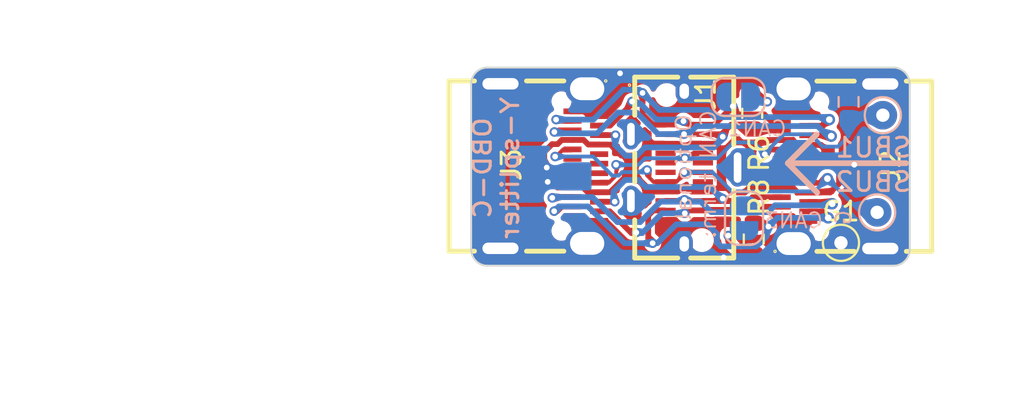
<source format=kicad_pcb>
(kicad_pcb (version 20241229) (generator "pcbnew") (generator_version "9.0")
  (title_block (rev "v1.1"))
  (layers (0 "F.Cu" signal) (2 "B.Cu" signal) (13 "F.Paste" user) (15 "B.Paste" user) (5 "F.SilkS" user "F.Silkscreen") (7 "B.SilkS" user "B.Silkscreen") (1 "F.Mask" user) (3 "B.Mask" user) (25 "Edge.Cuts" user))
  (net 0 "")
  (net 1 "GND")
  (net 2 "CAN0_H")
  (net 3 "CAN0_L")
  (net 4 "Net-(J1-SBU1)")
  (net 5 "CAN1_L")
  (net 6 "CAN1_H")
  (net 7 "CAN2_H")
  (net 8 "CAN2_L")
  (net 9 "Net-(J1-SBU2)")
  (net 10 "CAN3_L")
  (net 11 "CAN3_H")
  (net 17 "/VBUS")
  (net 18 "Net-(CAN1-A)")
  (net 21 "Net-(CAN3-B)")
  (footprint "Resistor_SMD:R_0603_1608Metric" (layer "F.Cu") (at 129.92 87.3 -90)
    (property "Reference" "R8" (at -2.2 -0.28 90) (layer "F.SilkS"))
    (property "Value" "120R")
    (pad "1" smd roundrect (at -0.825 0 270) (size 0.8 0.95) (layers "F.Cu" "F.Mask" "F.Paste") (net 11 "CAN3_H"))
    (pad "2" smd roundrect (at 0.825 0 270) (size 0.8 0.95) (layers "F.Cu" "F.Mask" "F.Paste") (net 21 "Net-(CAN3-B)"))
  )
  (footprint "Resistor_SMD:R_0603_1608Metric" (layer "F.Cu") (at 129.84 80.7 -90)
    (property "Reference" "R6" (at 2.1 -0.36 90) (layer "F.SilkS"))
    (property "Value" "120R")
    (pad "1" smd roundrect (at -0.825 0 270) (size 0.8 0.95) (layers "F.Cu" "F.Mask" "F.Paste") (net 18 "Net-(CAN1-A)"))
    (pad "2" smd roundrect (at 0.825 0 270) (size 0.8 0.95) (layers "F.Cu" "F.Mask" "F.Paste") (net 5 "CAN1_L"))
  )
  (footprint "TYPE-C-SMD_C9900025773" (layer "F.Cu") (at 133.977568 83.480127 90)
    (property "Reference" "J2" (at 0.000025 3.122432 90) (layer "F.SilkS"))
    (property "Value" "Type-C Receptacle")
    (pad "" np_thru_hole circle (at -3.400051 -0.612141 90) (size 0.550013 0.550013) (drill 0.550013) (layers "*.Cu" "*.Mask"))
    (pad "" np_thru_hole circle (at 3.400051 -0.612141 90) (size 0.550013 0.550013) (drill 0.550013) (layers "*.Cu" "*.Mask"))
    (pad "A1" smd rect (at -2.624841 -2.588011 90) (size 0.3 0.950013) (layers "F.Cu" "F.Mask" "F.Paste") (net 1 "GND"))
    (pad "A2" smd rect (at -2.124968 -2.588011 90) (size 0.3 0.950013) (layers "F.Cu" "F.Mask" "F.Paste") (net 2 "CAN0_H"))
    (pad "A3" smd rect (at -1.624841 -2.588011 90) (size 0.3 0.950013) (layers "F.Cu" "F.Mask" "F.Paste") (net 3 "CAN0_L"))
    (pad "A4" smd rect (at -1.124968 -2.588011 90) (size 0.3 0.950013) (layers "F.Cu" "F.Mask" "F.Paste") (net 17 "/VBUS"))
    (pad "A5" smd rect (at -0.625095 -2.588011 90) (size 0.3 0.950013) (layers "F.Cu" "F.Mask" "F.Paste"))
    (pad "A6" smd rect (at -0.124968 -2.588011 90) (size 0.3 0.950013) (layers "F.Cu" "F.Mask" "F.Paste"))
    (pad "A7" smd rect (at 0.374905 -2.588011 90) (size 0.3 0.950013) (layers "F.Cu" "F.Mask" "F.Paste"))
    (pad "A8" smd rect (at 0.875032 -2.588011 90) (size 0.3 0.950013) (layers "F.Cu" "F.Mask" "F.Paste") (net 4 "Net-(J1-SBU1)"))
    (pad "A9" smd rect (at 1.374905 -2.588011 90) (size 0.3 0.950013) (layers "F.Cu" "F.Mask" "F.Paste") (net 17 "/VBUS"))
    (pad "A10" smd rect (at 1.875032 -2.588011 90) (size 0.3 0.950013) (layers "F.Cu" "F.Mask" "F.Paste") (net 5 "CAN1_L"))
    (pad "A11" smd rect (at 2.374905 -2.588011 90) (size 0.3 0.950013) (layers "F.Cu" "F.Mask" "F.Paste") (net 6 "CAN1_H"))
    (pad "A12" smd rect (at 2.875032 -2.588011 90) (size 0.3 0.950013) (layers "F.Cu" "F.Mask" "F.Paste") (net 1 "GND"))
    (pad "B1" smd rect (at 2.625095 -1.188214 90) (size 0.3 0.950013) (layers "F.Cu" "F.Mask" "F.Paste") (net 1 "GND"))
    (pad "B2" smd rect (at 2.124968 -1.188214 90) (size 0.3 0.950013) (layers "F.Cu" "F.Mask" "F.Paste") (net 7 "CAN2_H"))
    (pad "B3" smd rect (at 1.625095 -1.188214 90) (size 0.3 0.950013) (layers "F.Cu" "F.Mask" "F.Paste") (net 8 "CAN2_L"))
    (pad "B4" smd rect (at 1.124968 -1.188214 90) (size 0.3 0.950013) (layers "F.Cu" "F.Mask" "F.Paste") (net 17 "/VBUS"))
    (pad "B5" smd rect (at 0.625095 -1.188214 90) (size 0.3 0.950013) (layers "F.Cu" "F.Mask" "F.Paste"))
    (pad "B6" smd rect (at 0.124968 -1.188214 90) (size 0.3 0.950013) (layers "F.Cu" "F.Mask" "F.Paste"))
    (pad "B7" smd rect (at -0.375159 -1.188214 90) (size 0.3 0.950013) (layers "F.Cu" "F.Mask" "F.Paste"))
    (pad "B8" smd rect (at -0.875032 -1.188214 90) (size 0.3 0.950013) (layers "F.Cu" "F.Mask" "F.Paste") (net 9 "Net-(J1-SBU2)"))
    (pad "B9" smd rect (at -1.374905 -1.188214 90) (size 0.3 0.950013) (layers "F.Cu" "F.Mask" "F.Paste") (net 17 "/VBUS"))
    (pad "B10" smd rect (at -1.875032 -1.188214 90) (size 0.3 0.950013) (layers "F.Cu" "F.Mask" "F.Paste") (net 10 "CAN3_L"))
    (pad "B11" smd rect (at -2.374905 -1.188214 90) (size 0.3 0.950013) (layers "F.Cu" "F.Mask" "F.Paste") (net 11 "CAN3_H"))
    (pad "B12" smd rect (at -2.875032 -1.188214 90) (size 0.3 0.950013) (layers "F.Cu" "F.Mask" "F.Paste") (net 1 "GND"))
    (pad "S1" thru_hole oval (at -4.320041 2.588011 90) (size 1 2.3) (drill oval 0.6 1.9) (layers "*.Cu" "*.Mask") (net 1 "GND"))
    (pad "S1" thru_hole oval (at -4.059944 -1.962154 90) (size 1.6 2.3) (drill oval 1.2 1.799949) (layers "*.Cu" "*.Mask") (net 1 "GND"))
    (pad "S1" thru_hole oval (at 4.060198 -1.962154 90) (size 1.6 2.3) (drill oval 1.2 1.799949) (layers "*.Cu" "*.Mask") (net 1 "GND"))
    (pad "S1" thru_hole oval (at 4.320041 2.588011 90) (size 1 2.3) (drill oval 0.6 1.9) (layers "*.Cu" "*.Mask") (net 1 "GND"))
  )
  (footprint "TYPE-C-SMD_C9900025773" (layer "F.Cu") (at 119.21 83.47 -90)
    (property "Reference" "J3" (at -0.07 2.01 90) (layer "F.SilkS"))
    (property "Value" "Type-C Receptacle")
    (pad "" np_thru_hole circle (at -3.400051 -0.612141 270) (size 0.550013 0.550013) (drill 0.550013) (layers "*.Cu" "*.Mask"))
    (pad "" np_thru_hole circle (at 3.400051 -0.612141 270) (size 0.550013 0.550013) (drill 0.550013) (layers "*.Cu" "*.Mask"))
    (pad "A1" smd rect (at 2.624841 -1.191989 90) (size 0.3 0.950013) (layers "F.Cu" "F.Mask" "F.Paste") (net 1 "GND"))
    (pad "A2" smd rect (at 2.124968 -1.191989 90) (size 0.3 0.950013) (layers "F.Cu" "F.Mask" "F.Paste") (net 11 "CAN3_H"))
    (pad "A3" smd rect (at 1.624841 -1.191989 90) (size 0.3 0.950013) (layers "F.Cu" "F.Mask" "F.Paste") (net 10 "CAN3_L"))
    (pad "A4" smd rect (at 1.124968 -1.191989 90) (size 0.3 0.950013) (layers "F.Cu" "F.Mask" "F.Paste") (net 17 "/VBUS"))
    (pad "A5" smd rect (at 0.625095 -1.191989 90) (size 0.3 0.950013) (layers "F.Cu" "F.Mask" "F.Paste"))
    (pad "A6" smd rect (at 0.124968 -1.191989 90) (size 0.3 0.950013) (layers "F.Cu" "F.Mask" "F.Paste"))
    (pad "A7" smd rect (at -0.374905 -1.191989 90) (size 0.3 0.950013) (layers "F.Cu" "F.Mask" "F.Paste"))
    (pad "A8" smd rect (at -0.875032 -1.191989 90) (size 0.3 0.950013) (layers "F.Cu" "F.Mask" "F.Paste") (net 9 "Net-(J1-SBU2)"))
    (pad "A9" smd rect (at -1.374905 -1.191989 90) (size 0.3 0.950013) (layers "F.Cu" "F.Mask" "F.Paste") (net 17 "/VBUS"))
    (pad "A10" smd rect (at -1.875032 -1.191989 90) (size 0.3 0.950013) (layers "F.Cu" "F.Mask" "F.Paste") (net 8 "CAN2_L"))
    (pad "A11" smd rect (at -2.374905 -1.191989 90) (size 0.3 0.950013) (layers "F.Cu" "F.Mask" "F.Paste") (net 7 "CAN2_H"))
    (pad "A12" smd rect (at -2.875032 -1.191989 90) (size 0.3 0.950013) (layers "F.Cu" "F.Mask" "F.Paste") (net 1 "GND"))
    (pad "B1" smd rect (at -2.625095 -2.591786 90) (size 0.3 0.950013) (layers "F.Cu" "F.Mask" "F.Paste") (net 1 "GND"))
    (pad "B2" smd rect (at -2.124968 -2.591786 90) (size 0.3 0.950013) (layers "F.Cu" "F.Mask" "F.Paste") (net 6 "CAN1_H"))
    (pad "B3" smd rect (at -1.625095 -2.591786 90) (size 0.3 0.950013) (layers "F.Cu" "F.Mask" "F.Paste") (net 5 "CAN1_L"))
    (pad "B4" smd rect (at -1.124968 -2.591786 90) (size 0.3 0.950013) (layers "F.Cu" "F.Mask" "F.Paste") (net 17 "/VBUS"))
    (pad "B5" smd rect (at -0.625095 -2.591786 90) (size 0.3 0.950013) (layers "F.Cu" "F.Mask" "F.Paste"))
    (pad "B6" smd rect (at -0.124968 -2.591786 90) (size 0.3 0.950013) (layers "F.Cu" "F.Mask" "F.Paste"))
    (pad "B7" smd rect (at 0.375159 -2.591786 90) (size 0.3 0.950013) (layers "F.Cu" "F.Mask" "F.Paste"))
    (pad "B8" smd rect (at 0.875032 -2.591786 90) (size 0.3 0.950013) (layers "F.Cu" "F.Mask" "F.Paste") (net 4 "Net-(J1-SBU1)"))
    (pad "B9" smd rect (at 1.374905 -2.591786 90) (size 0.3 0.950013) (layers "F.Cu" "F.Mask" "F.Paste") (net 17 "/VBUS"))
    (pad "B10" smd rect (at 1.875032 -2.591786 90) (size 0.3 0.950013) (layers "F.Cu" "F.Mask" "F.Paste") (net 3 "CAN0_L"))
    (pad "B11" smd rect (at 2.374905 -2.591786 90) (size 0.3 0.950013) (layers "F.Cu" "F.Mask" "F.Paste") (net 2 "CAN0_H"))
    (pad "B12" smd rect (at 2.875032 -2.591786 90) (size 0.3 0.950013) (layers "F.Cu" "F.Mask" "F.Paste") (net 1 "GND"))
    (pad "S1" thru_hole oval (at -4.320041 2.588011 270) (size 1 2.3) (drill oval 0.6 1.9) (layers "*.Cu" "*.Mask") (net 1 "GND"))
    (pad "S1" thru_hole oval (at -4.059944 -1.962154 270) (size 1.6 2.3) (drill oval 1.2 1.799949) (layers "*.Cu" "*.Mask") (net 1 "GND"))
    (pad "S1" thru_hole oval (at 4.060198 -1.962154 270) (size 1.6 2.3) (drill oval 1.2 1.799949) (layers "*.Cu" "*.Mask") (net 1 "GND"))
    (pad "S1" thru_hole oval (at 4.320041 2.588011 270) (size 1 2.3) (drill oval 0.6 1.9) (layers "*.Cu" "*.Mask") (net 1 "GND"))
  )
  (footprint "TestPoint:TestPoint_THTPad_D1.5mm_Drill0.7mm" (layer "F.Cu") (at 134.5 87.5)
    (property "Reference" "G1" (at 0 -1.648 0) (layer "F.SilkS"))
    (property "Value" "TestPoint")
    (pad "1" thru_hole circle (at 0 0) (size 1.5 1.5) (drill 0.7) (layers "*.Cu" "*.Mask") (net 1 "GND"))
  )
  (footprint "USB-C-SMD_TYPEC-952-ACP24" (layer "F.Cu") (at 126.27 83.55 90)
    (property "Reference" "J1" (at 3.85 1.13 90) (layer "F.SilkS"))
    (property "Value" "Type-C Plug")
    (pad "" np_thru_hole circle (at -3.810008 0.930023 90) (size 0.750013 0.750013) (drill 0.750013) (layers "*.Cu" "*.Mask"))
    (pad "" np_thru_hole circle (at 3.810008 -0.919863 90) (size 0.750013 0.750013) (drill 0.750013) (layers "*.Cu" "*.Mask"))
    (pad "A1" smd rect (at -2.750064 0.98001 270) (size 0.28001 1.059995) (layers "F.Cu" "F.Mask" "F.Paste") (net 1 "GND"))
    (pad "A2" smd rect (at -2.249936 0.98001 270) (size 0.28001 1.059995) (layers "F.Cu" "F.Mask" "F.Paste") (net 2 "CAN0_H"))
    (pad "A3" smd rect (at -1.750064 0.98001 270) (size 0.28001 1.059995) (layers "F.Cu" "F.Mask" "F.Paste") (net 3 "CAN0_L"))
    (pad "A4" smd rect (at -1.249936 0.98001 270) (size 0.28001 1.059995) (layers "F.Cu" "F.Mask" "F.Paste") (net 17 "/VBUS"))
    (pad "A5" smd rect (at -0.750064 0.98001 270) (size 0.28001 1.059995) (layers "F.Cu" "F.Mask" "F.Paste"))
    (pad "A6" smd rect (at -0.249936 0.98001 270) (size 0.28001 1.059995) (layers "F.Cu" "F.Mask" "F.Paste"))
    (pad "A7" smd rect (at 0.249936 0.98001 270) (size 0.28001 1.059995) (layers "F.Cu" "F.Mask" "F.Paste"))
    (pad "A8" smd rect (at 0.750064 0.98001 270) (size 0.28001 1.059995) (layers "F.Cu" "F.Mask" "F.Paste") (net 4 "Net-(J1-SBU1)"))
    (pad "A9" smd rect (at 1.249936 0.98001 270) (size 0.28001 1.059995) (layers "F.Cu" "F.Mask" "F.Paste") (net 17 "/VBUS"))
    (pad "A10" smd rect (at 1.750064 0.98001 270) (size 0.28001 1.059995) (layers "F.Cu" "F.Mask" "F.Paste") (net 5 "CAN1_L"))
    (pad "A11" smd rect (at 2.249936 0.98001 270) (size 0.28001 1.059995) (layers "F.Cu" "F.Mask" "F.Paste") (net 6 "CAN1_H"))
    (pad "A12" smd rect (at 2.750064 0.98001 270) (size 0.28001 1.059995) (layers "F.Cu" "F.Mask" "F.Paste") (net 1 "GND"))
    (pad "B1" smd rect (at 2.750064 -0.98001 270) (size 0.28001 1.059995) (layers "F.Cu" "F.Mask" "F.Paste") (net 1 "GND"))
    (pad "B2" smd rect (at 2.249936 -0.979959 270) (size 0.28001 1.059995) (layers "F.Cu" "F.Mask" "F.Paste") (net 7 "CAN2_H"))
    (pad "B3" smd rect (at 1.750064 -0.979959 270) (size 0.28001 1.059995) (layers "F.Cu" "F.Mask" "F.Paste") (net 8 "CAN2_L"))
    (pad "B4" smd rect (at 1.249936 -0.979959 270) (size 0.28001 1.059995) (layers "F.Cu" "F.Mask" "F.Paste") (net 17 "/VBUS"))
    (pad "B5" smd rect (at 0.750064 -0.979959 270) (size 0.28001 1.059995) (layers "F.Cu" "F.Mask" "F.Paste"))
    (pad "B6" smd rect (at 0.249936 -0.979959 270) (size 0.28001 1.059995) (layers "F.Cu" "F.Mask" "F.Paste"))
    (pad "B7" smd rect (at -0.249936 -0.979959 270) (size 0.28001 1.059995) (layers "F.Cu" "F.Mask" "F.Paste"))
    (pad "B8" smd rect (at -0.750064 -0.979959 270) (size 0.28001 1.059995) (layers "F.Cu" "F.Mask" "F.Paste") (net 9 "Net-(J1-SBU2)"))
    (pad "B9" smd rect (at -1.249936 -0.979959 270) (size 0.28001 1.059995) (layers "F.Cu" "F.Mask" "F.Paste") (net 17 "/VBUS"))
    (pad "B10" smd rect (at -1.750064 -0.979959 270) (size 0.28001 1.059995) (layers "F.Cu" "F.Mask" "F.Paste") (net 10 "CAN3_L"))
    (pad "B11" smd rect (at -2.249936 -0.979959 270) (size 0.28001 1.059995) (layers "F.Cu" "F.Mask" "F.Paste") (net 11 "CAN3_H"))
    (pad "B12" smd rect (at -2.750064 -0.979959 270) (size 0.28001 1.059995) (layers "F.Cu" "F.Mask" "F.Paste") (net 1 "GND"))
    (pad "S1" thru_hole oval (at -4.009906 0.000127 180) (size 0.9 1.2) (drill oval 0.500025 0.8) (layers "*.Cu" "*.Mask") (net 1 "GND"))
    (pad "S1" thru_hole oval (at -1.750064 -2.799975 180) (size 0.8 1.6) (drill oval 0.4 1.2) (layers "*.Cu" "*.Mask") (net 1 "GND"))
    (pad "S1" thru_hole oval (at 0 2.799975 180) (size 0.8 2) (drill oval 0.4 1.6) (layers "*.Cu" "*.Mask") (net 1 "GND"))
    (pad "S1" thru_hole oval (at 1.750064 -2.799975 180) (size 0.8 1.6) (drill oval 0.4 1.2) (layers "*.Cu" "*.Mask") (net 1 "GND"))
    (pad "S1" thru_hole oval (at 4.009906 0.000127 180) (size 0.9 1.2) (drill oval 0.500025 0.8) (layers "*.Cu" "*.Mask") (net 1 "GND"))
  )
  (footprint "TestPoint:TestPoint_THTPad_D1.5mm_Drill0.7mm" (layer "B.Cu") (at 136.4 85.9)
    (property "Reference" "SBU2" (at -0.2 -1.6 180) (layer "B.SilkS") (effects (justify mirror)))
    (property "Value" "TestPoint")
    (pad "1" thru_hole circle (at 0 0) (size 1.5 1.5) (drill 0.7) (layers "*.Cu" "*.Mask") (net 9 "Net-(J1-SBU2)"))
  )
  (footprint "Jumper:SolderJumper-2_P1.3mm_Open_RoundedPad1.0x1.5mm" (layer "B.Cu") (at 129.41 86.21 -90)
    (property "Reference" "CAN3" (at 0.12 -2.6 0) (layer "B.SilkS") (effects (font (size 0.8 0.8) (thickness 0.1)) (justify mirror)))
    (property "Value" "SolderJumper_2_Open" (hide yes))
    (pad "1" smd custom (at -0.65 0 270) (size 1 0.5) (layers "B.Cu" "B.Mask") (net 10 "CAN3_L") (options (clearance outline) (anchor rect)) (primitives (gr_circle (center 0 -0.25) (end 0.5 -0.25) (width 0) (fill yes)) (gr_circle (center 0 0.25) (end 0.5 0.25) (width 0) (fill yes)) (gr_poly (pts (xy 0.5 -0.75) (xy 0 -0.75) (xy 0 0.75) (xy 0.5 0.75)) (width 0) (fill yes))))
    (pad "2" smd custom (at 0.65 0 270) (size 1 0.5) (layers "B.Cu" "B.Mask") (net 21 "Net-(CAN3-B)") (options (clearance outline) (anchor rect)) (primitives (gr_circle (center 0 -0.25) (end 0.5 -0.25) (width 0) (fill yes)) (gr_circle (center 0 0.25) (end 0.5 0.25) (width 0) (fill yes)) (gr_poly (pts (xy 0 -0.75) (xy -0.5 -0.75) (xy -0.5 0.75) (xy 0 0.75)) (width 0) (fill yes))))
  )
  (footprint "Jumper:SolderJumper-2_P1.3mm_Open_RoundedPad1.0x1.5mm" (layer "B.Cu") (at 129.11 79.84 180)
    (property "Reference" "CAN1" (at -0.99 -1.66 0) (layer "B.SilkS") (effects (font (size 0.8 0.8) (thickness 0.1)) (justify mirror)))
    (property "Value" "SolderJumper_2_Open" (hide yes))
    (pad "1" smd custom (at -0.65 0 180) (size 1 0.5) (layers "B.Cu" "B.Mask") (net 18 "Net-(CAN1-A)") (options (clearance outline) (anchor rect)) (primitives (gr_circle (center 0 -0.25) (end 0.5 -0.25) (width 0) (fill yes)) (gr_circle (center 0 0.25) (end 0.5 0.25) (width 0) (fill yes)) (gr_poly (pts (xy 0.5 -0.75) (xy 0 -0.75) (xy 0 0.75) (xy 0.5 0.75)) (width 0) (fill yes))))
    (pad "2" smd custom (at 0.65 0 180) (size 1 0.5) (layers "B.Cu" "B.Mask") (net 6 "CAN1_H") (options (clearance outline) (anchor rect)) (primitives (gr_circle (center 0 -0.25) (end 0.5 -0.25) (width 0) (fill yes)) (gr_circle (center 0 0.25) (end 0.5 0.25) (width 0) (fill yes)) (gr_poly (pts (xy 0 -0.75) (xy -0.5 -0.75) (xy -0.5 0.75) (xy 0 0.75)) (width 0) (fill yes))))
  )
  (footprint "TestPoint:TestPoint_THTPad_D1.5mm_Drill0.7mm" (layer "B.Cu") (at 136.7 80.8)
    (property "Reference" "SBU1" (at -0.5 1.7 180) (layer "B.SilkS") (effects (justify mirror)))
    (property "Value" "TestPoint")
    (pad "1" thru_hole circle (at 0 0) (size 1.5 1.5) (drill 0.7) (layers "*.Cu" "*.Mask") (net 4 "Net-(J1-SBU1)"))
  )
  (footprint "Resistor_SMD:R_0603_1608Metric_Pad0.98x0.95mm_HandSolder" (layer "B.Cu") (at 134.9 80.1 90)
    (property "Reference" "SBU3" (hide yes))
    (property "Value" "200")
    (pad "1" smd roundrect (at -0.9125 0 90) (size 0.975 0.95) (layers "B.Cu" "B.Mask" "B.Paste") (net 4 "Net-(J1-SBU1)"))
    (pad "2" smd roundrect (at 0.9125 0 90) (size 0.975 0.95) (layers "B.Cu" "B.Mask" "B.Paste") (net 1 "GND"))
  )
  (gr_line (start 131.71 83.32) (end 133.25 84.86) (stroke (width 0.3)) (layer "B.SilkS"))
  (gr_line (start 137.92 83.32) (end 131.71 83.32) (stroke (width 0.3)) (layer "B.SilkS"))
  (gr_line (start 133.22 81.81) (end 131.71 83.32) (stroke (width 0.3)) (layer "B.SilkS"))
  (gr_line (start 138.11 79.16) (end 138.111888 87.841888) (stroke (width 0.1)) (layer "Edge.Cuts"))
  (gr_line (start 115.081888 87.841892) (end 115.08 79.160004) (stroke (width 0.1)) (layer "Edge.Cuts"))
  (gr_line (start 137.251888 88.701888) (end 115.941888 88.701892) (stroke (width 0.1)) (layer "Edge.Cuts"))
  (gr_line (start 115.94 78.300004) (end 137.25 78.3) (stroke (width 0.1)) (layer "Edge.Cuts"))
  (gr_arc (start 115.941888 88.701892) (mid 115.333776 88.450004) (end 115.081888 87.841892) (stroke (width 0.1)) (layer "Edge.Cuts"))
  (gr_arc (start 137.25 78.3) (mid 137.858112 78.551888) (end 138.11 79.16) (stroke (width 0.1)) (layer "Edge.Cuts"))
  (gr_arc (start 138.111888 87.841888) (mid 137.86 88.45) (end 137.251888 88.701888) (stroke (width 0.1)) (layer "Edge.Cuts"))
  (gr_arc (start 115.08 79.160004) (mid 115.331888 78.551892) (end 115.94 78.300004) (stroke (width 0.1)) (layer "Edge.Cuts"))
  (gr_text " G" (at 135.1 85.1 90) (layer "B.SilkS") (effects (font (size 0.8 0.8) (thickness 0.1)) (justify left bottom mirror)))
  (gr_text "OBD-C\nY-splitter" (at 117.65 83.57 90) (layer "B.SilkS") (effects (font (size 0.9 1) (thickness 0.16) (bold yes)) (justify bottom mirror)))
  (gr_text "Optional \nCAN term:" (at 128 83.9 90) (layer "B.SilkS") (effects (font (size 0.8 0.9) (thickness 0.1)) (justify bottom mirror)))
  (segment (start 131.9 86.8) (end 131.9 87.444971) (width 0.3) (layer "F.Cu") (net 1))
  (segment (start 131.9 87.444971) (end 131.524917 87.820054) (width 0.3) (layer "F.Cu") (net 1))
  (via (at 135.2 83.4) (size 0.5) (drill 0.3) (layers "F.Cu" "B.Cu") (net 1))
  (via (at 128.34 88.27) (size 0.5) (drill 0.3) (layers "F.Cu" "B.Cu") (net 1))
  (via (at 122.9 78.6) (size 0.5) (drill 0.3) (layers "F.Cu" "B.Cu") (net 1))
  (segment (start 127.279946 85.77) (end 129.93 85.77) (width 0.3) (layer "F.Cu") (net 2))
  (segment (start 123.68 86.96) (end 123.65 86.99) (width 0.3) (layer "F.Cu") (net 2))
  (segment (start 127.25001 85.799936) (end 127.279946 85.77) (width 0.3) (layer "F.Cu") (net 2))
  (segment (start 122.354905 85.844905) (end 121.801786 85.844905) (width 0.3) (layer "F.Cu") (net 2))
  (segment (start 130.094905 85.605095) (end 131.389557 85.605095) (width 0.3) (layer "F.Cu") (net 2))
  (segment (start 126.450064 85.799936) (end 126.3 85.95) (width 0.3) (layer "F.Cu") (net 2))
  (segment (start 123.65 86.99) (end 123.5 86.99) (width 0.3) (layer "F.Cu") (net 2))
  (segment (start 129.93 85.77) (end 130.094905 85.605095) (width 0.3) (layer "F.Cu") (net 2))
  (segment (start 127.25001 85.799936) (end 126.450064 85.799936) (width 0.3) (layer "F.Cu") (net 2))
  (segment (start 123.5 86.99) (end 122.354905 85.844905) (width 0.3) (layer "F.Cu") (net 2))
  (segment (start 123.75 86.96) (end 123.68 86.96) (width 0.3) (layer "F.Cu") (net 2))
  (via (at 123.75 86.96) (size 0.5) (drill 0.3) (layers "F.Cu" "B.Cu") (net 2))
  (via (at 126.3 85.95) (size 0.5) (drill 0.3) (layers "F.Cu" "B.Cu") (net 2))
  (segment (start 124.063604 86.99) (end 125.103604 85.95) (width 0.3) (layer "B.Cu") (net 2))
  (segment (start 123.78 86.99) (end 124.063604 86.99) (width 0.3) (layer "B.Cu") (net 2))
  (segment (start 125.103604 85.95) (end 126.3 85.95) (width 0.3) (layer "B.Cu") (net 2))
  (segment (start 123.75 86.96) (end 123.78 86.99) (width 0.3) (layer "B.Cu") (net 2))
  (segment (start 128.29 85.18) (end 128.29 85.24) (width 0.3) (layer "F.Cu") (net 3))
  (segment (start 129.32 85.31) (end 129.65 85.31) (width 0.3) (layer "F.Cu") (net 3))
  (segment (start 129.32 85.31) (end 128.42 85.31) (width 0.3) (layer "F.Cu") (net 3))
  (segment (start 127.25001 85.300064) (end 128.169936 85.300064) (width 0.3) (layer "F.Cu") (net 3))
  (segment (start 128.42 85.31) (end 128.29 85.18) (width 0.3) (layer "F.Cu") (net 3))
  (segment (start 129.65 85.31) (end 129.855032 85.104968) (width 0.3) (layer "F.Cu") (net 3))
  (segment (start 128.29 85.24) (end 128.229936 85.300064) (width 0.3) (layer "F.Cu") (net 3))
  (segment (start 121.801786 85.345032) (end 122.614968 85.345032) (width 0.3) (layer "F.Cu") (net 3))
  (segment (start 128.169936 85.300064) (end 128.29 85.18) (width 0.3) (layer "F.Cu") (net 3))
  (segment (start 128.29 85.24) (end 128.36 85.31) (width 0.3) (layer "F.Cu") (net 3))
  (segment (start 128.229936 85.300064) (end 127.25001 85.300064) (width 0.3) (layer "F.Cu") (net 3))
  (segment (start 129.855032 85.104968) (end 131.389557 85.104968) (width 0.3) (layer "F.Cu") (net 3))
  (segment (start 122.614968 85.345032) (end 122.62 85.34) (width 0.3) (layer "F.Cu") (net 3))
  (segment (start 128.36 85.31) (end 129.32 85.31) (width 0.3) (layer "F.Cu") (net 3))
  (via (at 128.29 85.18) (size 0.5) (drill 0.3) (layers "F.Cu" "B.Cu") (net 3))
  (via (at 122.62 85.34) (size 0.5) (drill 0.3) (layers "F.Cu" "B.Cu") (net 3))
  (segment (start 127.62 84.57) (end 124.24 84.57) (width 0.3) (layer "B.Cu") (net 3))
  (segment (start 122.56 85.28) (end 122.62 85.34) (width 0.3) (layer "B.Cu") (net 3))
  (segment (start 128.29 85.18) (end 128.23 85.18) (width 0.3) (layer "B.Cu") (net 3))
  (segment (start 128.23 85.18) (end 127.62 84.57) (width 0.3) (layer "B.Cu") (net 3))
  (segment (start 122.56 84.81) (end 122.56 85.28) (width 0.3) (layer "B.Cu") (net 3))
  (segment (start 124.24 84.57) (end 123.870064 84.200064) (width 0.3) (layer "B.Cu") (net 3))
  (segment (start 123.870064 84.200064) (end 123.169936 84.200064) (width 0.3) (layer "B.Cu") (net 3))
  (segment (start 123.169936 84.200064) (end 122.56 84.81) (width 0.3) (layer "B.Cu") (net 3))
  (segment (start 126.45 83.06) (end 126.3 83.06) (width 0.2) (layer "F.Cu") (net 4))
  (segment (start 130.714905 82.605095) (end 131.389557 82.605095) (width 0.2) (layer "F.Cu") (net 4))
  (segment (start 122.7 83.954314) (end 122.309282 84.345032) (width 0.2) (layer "F.Cu") (net 4))
  (segment (start 126.710064 82.799936) (end 126.45 83.06) (width 0.2) (layer "F.Cu") (net 4))
  (segment (start 122.7 83.74) (end 122.7 83.954314) (width 0.2) (layer "F.Cu") (net 4))
  (segment (start 130.5 82.85) (end 130.5 82.82) (width 0.2) (layer "F.Cu") (net 4))
  (segment (start 122.71 83.42) (end 122.71 83.73) (width 0.2) (layer "F.Cu") (net 4))
  (segment (start 127.25001 82.799936) (end 126.710064 82.799936) (width 0.2) (layer "F.Cu") (net 4))
  (segment (start 122.309282 84.345032) (end 121.801786 84.345032) (width 0.2) (layer "F.Cu") (net 4))
  (segment (start 122.71 83.73) (end 122.7 83.74) (width 0.2) (layer "F.Cu") (net 4))
  (segment (start 130.5 82.82) (end 130.714905 82.605095) (width 0.2) (layer "F.Cu") (net 4))
  (segment (start 122.69 83.4) (end 122.71 83.42) (width 0.2) (layer "F.Cu") (net 4))
  (via (at 122.69 83.4) (size 0.5) (drill 0.3) (layers "F.Cu" "B.Cu") (net 4))
  (via (at 130.5 82.85) (size 0.5) (drill 0.3) (layers "F.Cu" "B.Cu") (net 4))
  (via (at 126.3 83.06) (size 0.5) (drill 0.3) (layers "F.Cu" "B.Cu") (net 4))
  (segment (start 134.9 81.9) (end 134.35 82.45) (width 0.2) (layer "B.Cu") (net 4))
  (segment (start 128.01 83.06) (end 126.3 83.06) (width 0.2) (layer "B.Cu") (net 4))
  (segment (start 133.55 82.45) (end 132.9 81.8) (width 0.2) (layer "B.Cu") (net 4))
  (segment (start 131.5 81.8) (end 130.5 82.8) (width 0.2) (layer "B.Cu") (net 4))
  (segment (start 134.9 81.0125) (end 135.1 81.0125) (width 0.2) (layer "B.Cu") (net 4))
  (segment (start 122.7 83.41) (end 123.86 83.41) (width 0.2) (layer "B.Cu") (net 4))
  (segment (start 135.3125 80.8) (end 136.7 80.8) (width 0.2) (layer "B.Cu") (net 4))
  (segment (start 130.5 82.8) (end 130.5 82.85) (width 0.2) (layer "B.Cu") (net 4))
  (segment (start 122.69 83.4) (end 122.7 83.41) (width 0.2) (layer "B.Cu") (net 4))
  (segment (start 124.21 83.06) (end 126.3 83.06) (width 0.2) (layer "B.Cu") (net 4))
  (segment (start 128.84 82.23) (end 128.01 83.06) (width 0.2) (layer "B.Cu") (net 4))
  (segment (start 134.9 81.0125) (end 134.9 81.9) (width 0.2) (layer "B.Cu") (net 4))
  (segment (start 123.86 83.41) (end 124.21 83.06) (width 0.2) (layer "B.Cu") (net 4))
  (segment (start 132.9 81.8) (end 131.5 81.8) (width 0.2) (layer "B.Cu") (net 4))
  (segment (start 134.35 82.45) (end 133.55 82.45) (width 0.2) (layer "B.Cu") (net 4))
  (segment (start 129.93 82.23) (end 128.84 82.23) (width 0.2) (layer "B.Cu") (net 4))
  (segment (start 130.5 82.8) (end 129.93 82.23) (width 0.2) (layer "B.Cu") (net 4))
  (segment (start 135.1 81.0125) (end 135.3125 80.8) (width 0.2) (layer "B.Cu") (net 4))
  (segment (start 122.66 81.85) (end 122.59 81.85) (width 0.3) (layer "F.Cu") (net 5))
  (segment (start 129.920095 81.605095) (end 129.84 81.525) (width 0.3) (layer "F.Cu") (net 5))
  (segment (start 131.389557 81.605095) (end 129.920095 81.605095) (width 0.3) (layer "F.Cu") (net 5))
  (segment (start 122.59 81.85) (end 122.584905 81.844905) (width 0.3) (layer "F.Cu") (net 5))
  (segment (start 129.84 81.525) (end 129.615 81.3) (width 0.3) (layer "F.Cu") (net 5))
  (segment (start 128.435 81.595) (end 128.29 81.74) (width 0.3) (layer "F.Cu") (net 5))
  (segment (start 128.73 81.3) (end 128.435 81.595) (width 0.3) (layer "F.Cu") (net 5))
  (segment (start 128.230064 81.799936) (end 127.25001 81.799936) (width 0.3) (layer "F.Cu") (net 5))
  (segment (start 129.615 81.3) (end 128.73 81.3) (width 0.3) (layer "F.Cu") (net 5))
  (segment (start 122.584905 81.844905) (end 121.801786 81.844905) (width 0.3) (layer "F.Cu") (net 5))
  (segment (start 128.29 81.74) (end 128.29 81.93) (width 0.3) (layer "F.Cu") (net 5))
  (segment (start 128.435 81.595) (end 128.230064 81.799936) (width 0.3) (layer "F.Cu") (net 5))
  (via (at 128.29 81.93) (size 0.5) (drill 0.3) (layers "F.Cu" "B.Cu") (net 5))
  (via (at 122.66 81.85) (size 0.5) (drill 0.3) (layers "F.Cu" "B.Cu") (net 5))
  (segment (start 122.66 81.85) (end 122.64 81.87) (width 0.3) (layer "B.Cu") (net 5))
  (segment (start 123.77 82.93) (end 124.21 82.49) (width 0.3) (layer "B.Cu") (net 5))
  (segment (start 124.21 82.49) (end 127.83 82.49) (width 0.3) (layer "B.Cu") (net 5))
  (segment (start 122.64 82.37) (end 123.2 82.93) (width 0.3) (layer "B.Cu") (net 5))
  (segment (start 122.64 81.87) (end 122.64 82.37) (width 0.3) (layer "B.Cu") (net 5))
  (segment (start 128.29 82.03) (end 128.29 81.93) (width 0.3) (layer "B.Cu") (net 5))
  (segment (start 127.83 82.49) (end 128.29 82.03) (width 0.3) (layer "B.Cu") (net 5))
  (segment (start 123.2 82.93) (end 123.77 82.93) (width 0.3) (layer "B.Cu") (net 5))
  (segment (start 128.82 80.33) (end 128.82 80.48) (width 0.3) (layer "F.Cu") (net 6))
  (segment (start 122.374968 81.345032) (end 123.53 80.19) (width 0.3) (layer "F.Cu") (net 6))
  (segment (start 127.849936 81.300064) (end 127.25001 81.300064) (width 0.3) (layer "F.Cu") (net 6))
  (segment (start 123.53 80.19) (end 123.53 80.08) (width 0.3) (layer "F.Cu") (net 6))
  (segment (start 129.1 80.76) (end 130.48 80.76) (width 0.3) (layer "F.Cu") (net 6))
  (segment (start 126.41 81.11) (end 126.600064 81.300064) (width 0.3) (layer "F.Cu") (net 6))
  (segment (start 126.23 81.11) (end 126.41 81.11) (width 0.3) (layer "F.Cu") (net 6))
  (segment (start 130.825222 81.105222) (end 131.389557 81.105222) (width 0.3) (layer "F.Cu") (net 6))
  (segment (start 126.600064 81.300064) (end 127.25001 81.300064) (width 0.3) (layer "F.Cu") (net 6))
  (segment (start 121.801786 81.345032) (end 122.374968 81.345032) (width 0.3) (layer "F.Cu") (net 6))
  (segment (start 128.82 80.48) (end 129.1 80.76) (width 0.3) (layer "F.Cu") (net 6))
  (segment (start 128.82 80.33) (end 127.849936 81.300064) (width 0.3) (layer "F.Cu") (net 6))
  (segment (start 130.48 80.76) (end 130.825222 81.105222) (width 0.3) (layer "F.Cu") (net 6))
  (via (at 126.23 81.11) (size 0.5) (drill 0.3) (layers "F.Cu" "B.Cu") (net 6))
  (via (at 123.53 80.08) (size 0.5) (drill 0.3) (layers "F.Cu" "B.Cu") (net 6))
  (via (at 128.82 80.33) (size 0.5) (drill 0.3) (layers "F.Cu" "B.Cu") (net 6))
  (segment (start 128.82 80.33) (end 128.67 80.33) (width 0.3) (layer "B.Cu") (net 6))
  (segment (start 128.67 80.33) (end 128.46 80.12) (width 0.3) (layer "B.Cu") (net 6))
  (segment (start 126.23 81.11) (end 126.15 81.03) (width 0.3) (layer "B.Cu") (net 6))
  (segment (start 128.46 80.12) (end 128.46 79.84) (width 0.3) (layer "B.Cu") (net 6))
  (segment (start 123.98 80.21) (end 123.583604 80.21) (width 0.3) (layer "B.Cu") (net 6))
  (segment (start 126.15 81.03) (end 124.8 81.03) (width 0.3) (layer "B.Cu") (net 6))
  (segment (start 124.8 81.03) (end 123.98 80.21) (width 0.3) (layer "B.Cu") (net 6))
  (segment (start 133.89 81.03) (end 133.564841 81.355159) (width 0.3) (layer "F.Cu") (net 7))
  (segment (start 124.08 79.63) (end 124.08 80.76) (width 0.3) (layer "F.Cu") (net 7))
  (segment (start 119.54 81.03) (end 119.605095 81.095095) (width 0.3) (layer "F.Cu") (net 7))
  (segment (start 124.08 80.76) (end 124.620064 81.300064) (width 0.3) (layer "F.Cu") (net 7))
  (segment (start 124.620064 81.300064) (end 125.290041 81.300064) (width 0.3) (layer "F.Cu") (net 7))
  (segment (start 133.564841 81.355159) (end 132.789354 81.355159) (width 0.3) (layer "F.Cu") (net 7))
  (segment (start 119.605095 81.095095) (end 120.401989 81.095095) (width 0.3) (layer "F.Cu") (net 7))
  (via (at 133.89 81.03) (size 0.6) (drill 0.35) (layers "F.Cu" "B.Cu") (net 7))
  (via (at 119.54 81.03) (size 0.5) (drill 0.3) (layers "F.Cu" "B.Cu") (net 7))
  (via (at 124.08 79.63) (size 0.5) (drill 0.3) (layers "F.Cu" "B.Cu") (net 7))
  (segment (start 124.08 79.63) (end 124.97 80.52) (width 0.3) (layer "B.Cu") (net 7))
  (segment (start 127.5 80.52) (end 127.88 80.9) (width 0.3) (layer "B.Cu") (net 7))
  (segment (start 124.97 80.52) (end 127.5 80.52) (width 0.3) (layer "B.Cu") (net 7))
  (segment (start 123.91 79.46) (end 123.07 79.46) (width 0.3) (layer "B.Cu") (net 7))
  (segment (start 133.76 80.9) (end 133.89 81.03) (width 0.3) (layer "B.Cu") (net 7))
  (segment (start 124.08 79.63) (end 123.91 79.46) (width 0.3) (layer "B.Cu") (net 7))
  (segment (start 127.88 80.9) (end 133.76 80.9) (width 0.3) (layer "B.Cu") (net 7))
  (segment (start 123.07 79.46) (end 121.5 81.03) (width 0.3) (layer "B.Cu") (net 7))
  (segment (start 121.5 81.03) (end 119.54 81.03) (width 0.3) (layer "B.Cu") (net 7))
  (segment (start 126.250064 81.799936) (end 125.290041 81.799936) (width 0.3) (layer "F.Cu") (net 8))
  (segment (start 119.48 81.71) (end 119.58 81.71) (width 0.3) (layer "F.Cu") (net 8))
  (segment (start 126.26 81.79) (end 126.250064 81.799936) (width 0.3) (layer "F.Cu") (net 8))
  (segment (start 133.99 81.9) (end 133.945032 81.855032) (width 0.3) (layer "F.Cu") (net 8))
  (segment (start 119.695032 81.594968) (end 120.401989 81.594968) (width 0.3) (layer "F.Cu") (net 8))
  (segment (start 119.45 81.68) (end 119.48 81.71) (width 0.3) (layer "F.Cu") (net 8))
  (segment (start 119.58 81.71) (end 119.695032 81.594968) (width 0.3) (layer "F.Cu") (net 8))
  (segment (start 133.945032 81.855032) (end 132.789354 81.855032) (width 0.3) (layer "F.Cu") (net 8))
  (via (at 126.26 81.79) (size 0.5) (drill 0.3) (layers "F.Cu" "B.Cu") (net 8))
  (via (at 119.45 81.68) (size 0.5) (drill 0.3) (layers "F.Cu" "B.Cu") (net 8))
  (via (at 133.99 81.9) (size 0.6) (drill 0.35) (layers "F.Cu" "B.Cu") (net 8))
  (segment (start 133.27 81.37) (end 133.8 81.9) (width 0.3) (layer "B.Cu") (net 8))
  (segment (start 122.79 80.66) (end 123.77 80.66) (width 0.3) (layer "B.Cu") (net 8))
  (segment (start 126.17 81.79) (end 126.26 81.7) (width 0.3) (layer "B.Cu") (net 8))
  (segment (start 124.9 81.79) (end 126.17 81.79) (width 0.3) (layer "B.Cu") (net 8))
  (segment (start 123.77 80.66) (end 124.9 81.79) (width 0.3) (layer "B.Cu") (net 8))
  (segment (start 126.26 81.7) (end 126.26 81.79) (width 0.3) (layer "B.Cu") (net 8))
  (segment (start 133.8 81.9) (end 133.99 81.9) (width 0.3) (layer "B.Cu") (net 8))
  (segment (start 121.7 81.75) (end 122.79 80.66) (width 0.3) (layer "B.Cu") (net 8))
  (segment (start 126.26 81.79) (end 126.5 81.79) (width 0.3) (layer "B.Cu") (net 8))
  (segment (start 126.92 81.37) (end 133.27 81.37) (width 0.3) (layer "B.Cu") (net 8))
  (segment (start 119.52 81.75) (end 121.7 81.75) (width 0.3) (layer "B.Cu") (net 8))
  (segment (start 126.5 81.79) (end 126.92 81.37) (width 0.3) (layer "B.Cu") (net 8))
  (segment (start 119.45 81.68) (end 119.52 81.75) (width 0.3) (layer "B.Cu") (net 8))
  (segment (start 132.789354 84.355159) (end 133.564841 84.355159) (width 0.2) (layer "F.Cu") (net 9))
  (segment (start 119.915032 82.594968) (end 120.401989 82.594968) (width 0.2) (layer "F.Cu") (net 9))
  (segment (start 125.290041 84.300064) (end 124.660064 84.300064) (width 0.2) (layer "F.Cu") (net 9))
  (segment (start 126.27 83.89) (end 125.859936 84.300064) (width 0.2) (layer "F.Cu") (net 9))
  (segment (start 119.54 82.97) (end 119.915032 82.594968) (width 0.2) (layer "F.Cu") (net 9))
  (segment (start 125.859936 84.300064) (end 125.290041 84.300064) (width 0.2) (layer "F.Cu") (net 9))
  (segment (start 124.660064 84.300064) (end 124.32 83.96) (width 0.2) (layer "F.Cu") (net 9))
  (segment (start 124.32 83.96) (end 124.32 83.68) (width 0.2) (layer "F.Cu") (net 9))
  (segment (start 119.49 82.97) (end 119.54 82.97) (width 0.2) (layer "F.Cu") (net 9))
  (segment (start 126.27 83.79) (end 126.27 83.89) (width 0.2) (layer "F.Cu") (net 9))
  (segment (start 133.564841 84.355159) (end 133.79 84.13) (width 0.2) (layer "F.Cu") (net 9))
  (via (at 119.49 82.97) (size 0.5) (drill 0.3) (layers "F.Cu" "B.Cu") (net 9))
  (via (at 124.32 83.68) (size 0.5) (drill 0.3) (layers "F.Cu" "B.Cu") (net 9))
  (via (at 126.27 83.79) (size 0.5) (drill 0.3) (layers "F.Cu" "B.Cu") (net 9))
  (via (at 133.79 84.13) (size 0.6) (drill 0.35) (layers "F.Cu" "B.Cu") (net 9))
  (segment (start 121.49 82.97) (end 119.49 82.97) (width 0.2) (layer "B.Cu") (net 9))
  (segment (start 122.49 83.97) (end 121.49 82.97) (width 0.2) (layer "B.Cu") (net 9))
  (segment (start 133.79 84.13) (end 133.12 84.8) (width 0.2) (layer "B.Cu") (net 9))
  (segment (start 127.75 83.79) (end 126.27 83.79) (width 0.2) (layer "B.Cu") (net 9))
  (segment (start 128.76 84.8) (end 127.75 83.79) (width 0.2) (layer "B.Cu") (net 9))
  (segment (start 133.79 84.13) (end 135.56 85.9) (width 0.2) (layer "B.Cu") (net 9))
  (segment (start 135.56 85.9) (end 136.3 85.9) (width 0.2) (layer "B.Cu") (net 9))
  (segment (start 123.01 83.79) (end 122.83 83.97) (width 0.2) (layer "B.Cu") (net 9))
  (segment (start 133.12 84.8) (end 128.76 84.8) (width 0.2) (layer "B.Cu") (net 9))
  (segment (start 122.83 83.97) (end 122.49 83.97) (width 0.2) (layer "B.Cu") (net 9))
  (segment (start 124.32 83.69) (end 124.22 83.79) (width 0.2) (layer "B.Cu") (net 9))
  (segment (start 124.32 83.68) (end 124.32 83.69) (width 0.2) (layer "B.Cu") (net 9))
  (segment (start 124.22 83.79) (end 123.01 83.79) (width 0.2) (layer "B.Cu") (net 9))
  (segment (start 119.34 85.14) (end 119.51 85.14) (width 0.3) (layer "F.Cu") (net 10))
  (segment (start 126.240064 85.300064) (end 125.290041 85.300064) (width 0.3) (layer "F.Cu") (net 10))
  (segment (start 126.28 85.260128) (end 126.240064 85.300064) (width 0.3) (layer "F.Cu") (net 10))
  (segment (start 119.555159 85.094841) (end 120.401989 85.094841) (width 0.3) (layer "F.Cu") (net 10))
  (segment (start 133.939682 85.45) (end 133.844841 85.355159) (width 0.3) (layer "F.Cu") (net 10))
  (segment (start 119.51 85.14) (end 119.555159 85.094841) (width 0.3) (layer "F.Cu") (net 10))
  (segment (start 134.04 85.45) (end 133.939682 85.45) (width 0.3) (layer "F.Cu") (net 10))
  (segment (start 133.844841 85.355159) (end 132.789354 85.355159) (width 0.3) (layer "F.Cu") (net 10))
  (segment (start 126.28 85.24) (end 126.28 85.260128) (width 0.3) (layer "F.Cu") (net 10))
  (via (at 119.34 85.14) (size 0.5) (drill 0.3) (layers "F.Cu" "B.Cu") (net 10))
  (via (at 134.04 85.45) (size 0.6) (drill 0.35) (layers "F.Cu" "B.Cu") (net 10))
  (via (at 126.28 85.24) (size 0.5) (drill 0.3) (layers "F.Cu" "B.Cu") (net 10))
  (segment (start 126.18 85.34) (end 125.03 85.34) (width 0.3) (layer "B.Cu") (net 10))
  (segment (start 125.03 85.34) (end 123.96 86.41) (width 0.3) (layer "B.Cu") (net 10))
  (segment (start 131.04 85.53) (end 133.96 85.53) (width 0.3) (layer "B.Cu") (net 10))
  (segment (start 119.38 85.1) (end 119.34 85.14) (width 0.3) (layer "B.Cu") (net 10))
  (segment (start 123.96 86.41) (end 122.76 86.41) (width 0.3) (layer "B.Cu") (net 10))
  (segment (start 127.69 85.89) (end 130.68 85.89) (width 0.3) (layer "B.Cu") (net 10))
  (segment (start 122.76 86.41) (end 121.45 85.1) (width 0.3) (layer "B.Cu") (net 10))
  (segment (start 126.28 85.24) (end 126.18 85.34) (width 0.3) (layer "B.Cu") (net 10))
  (segment (start 133.96 85.53) (end 134.04 85.45) (width 0.3) (layer "B.Cu") (net 10))
  (segment (start 127.14 85.34) (end 127.69 85.89) (width 0.3) (layer "B.Cu") (net 10))
  (segment (start 121.45 85.1) (end 119.38 85.1) (width 0.3) (layer "B.Cu") (net 10))
  (segment (start 126.38 85.34) (end 127.14 85.34) (width 0.3) (layer "B.Cu") (net 10))
  (segment (start 130.68 85.89) (end 131.04 85.53) (width 0.3) (layer "B.Cu") (net 10))
  (segment (start 126.28 85.24) (end 126.38 85.34) (width 0.3) (layer "B.Cu") (net 10))
  (segment (start 119.85 85.59) (end 120.397021 85.59) (width 0.3) (layer "F.Cu") (net 11))
  (segment (start 133.83 86.19) (end 133.83 86.16) (width 0.3) (layer "F.Cu") (net 11))
  (segment (start 124.650108 85.799936) (end 125.229918 85.799936) (width 0.3) (layer "F.Cu") (net 11))
  (segment (start 124.61 87.52) (end 124.38 87.29) (width 0.3) (layer "F.Cu") (net 11))
  (segment (start 130.69 86.65) (end 130.515 86.475) (width 0.3) (layer "F.Cu") (net 11))
  (segment (start 133.525032 85.855032) (end 132.789354 85.855032) (width 0.3) (layer "F.Cu") (net 11))
  (segment (start 119.44 85.84) (end 119.6 85.84) (width 0.3) (layer "F.Cu") (net 11))
  (segment (start 119.6 85.84) (end 119.85 85.59) (width 0.3) (layer "F.Cu") (net 11))
  (segment (start 124.38 87.29) (end 124.38 86.070044) (width 0.3) (layer "F.Cu") (net 11))
  (segment (start 124.38 86.070044) (end 124.650108 85.799936) (width 0.3) (layer "F.Cu") (net 11))
  (segment (start 130.515 86.475) (end 129.92 86.475) (width 0.3) (layer "F.Cu") (net 11))
  (segment (start 133.83 86.16) (end 133.525032 85.855032) (width 0.3) (layer "F.Cu") (net 11))
  (segment (start 120.397021 85.59) (end 120.401989 85.594968) (width 0.3) (layer "F.Cu") (net 11))
  (via (at 119.44 85.84) (size 0.5) (drill 0.3) (layers "F.Cu" "B.Cu") (net 11))
  (via (at 124.61 87.52) (size 0.5) (drill 0.3) (layers "F.Cu" "B.Cu") (net 11))
  (via (at 133.83 86.19) (size 0.6) (drill 0.35) (layers "F.Cu" "B.Cu") (net 11))
  (via (at 130.69 86.65) (size 0.5) (drill 0.3) (layers "F.Cu" "B.Cu") (net 11))
  (segment (start 123.14 87.52) (end 121.21 85.59) (width 0.3) (layer "B.Cu") (net 11))
  (segment (start 130.595 86.749968) (end 130.595 87.155) (width 0.3) (layer "B.Cu") (net 11))
  (segment (start 127.49 86.53) (end 125.85 86.53) (width 0.3) (layer "B.Cu") (net 11))
  (segment (start 133.8 86.19) (end 133.83 86.16) (width 0.3) (layer "B.Cu") (net 11))
  (segment (start 121.21 85.59) (end 119.69 85.59) (width 0.3) (layer "B.Cu") (net 11))
  (segment (start 127.99 87.49) (end 127.99 87.03) (width 0.3) (layer "B.Cu") (net 11))
  (segment (start 128.19 87.69) (end 127.99 87.49) (width 0.3) (layer "B.Cu") (net 11))
  (segment (start 133.83 86.16) (end 133.83 86.19) (width 0.3) (layer "B.Cu") (net 11))
  (segment (start 131.154968 86.19) (end 133.8 86.19) (width 0.3) (layer "B.Cu") (net 11))
  (segment (start 130.694968 86.65) (end 131.154968 86.19) (width 0.3) (layer "B.Cu") (net 11))
  (segment (start 124.86 87.52) (end 124.61 87.52) (width 0.3) (layer "B.Cu") (net 11))
  (segment (start 119.69 85.59) (end 119.44 85.84) (width 0.3) (layer "B.Cu") (net 11))
  (segment (start 125.85 86.53) (end 124.86 87.52) (width 0.3) (layer "B.Cu") (net 11))
  (segment (start 130.69 86.654968) (end 130.595 86.749968) (width 0.3) (layer "B.Cu") (net 11))
  (segment (start 130.69 86.65) (end 130.694968 86.65) (width 0.3) (layer "B.Cu") (net 11))
  (segment (start 130.69 86.65) (end 130.69 86.654968) (width 0.3) (layer "B.Cu") (net 11))
  (segment (start 124.61 87.52) (end 123.14 87.52) (width 0.3) (layer "B.Cu") (net 11))
  (segment (start 130.595 87.155) (end 130.06 87.69) (width 0.3) (layer "B.Cu") (net 11))
  (segment (start 130.06 87.69) (end 128.19 87.69) (width 0.3) (layer "B.Cu") (net 11))
  (segment (start 127.99 87.03) (end 127.49 86.53) (width 0.3) (layer "B.Cu") (net 11))
  (segment (start 119.1 84.2) (end 119.1 84.3) (width 0.3) (layer "F.Cu") (net 17))
  (segment (start 125.93 82.319962) (end 126.120038 82.51) (width 0.3) (layer "F.Cu") (net 17))
  (segment (start 133.934968 84.855032) (end 132.789354 84.855032) (width 0.3) (layer "F.Cu") (net 17))
  (segment (start 128.139936 84.530064) (end 128.04 84.63) (width 0.3) (layer "F.Cu") (net 17))
  (segment (start 119.614968 84.594968) (end 120.401989 84.594968) (width 0.3) (layer "F.Cu") (net 17))
  (segment (start 130 82.23) (end 129.9 82.33) (width 0.3) (layer "F.Cu") (net 17))
  (segment (start 128.52 84.63) (end 128.75 84.86) (width 0.3) (layer "F.Cu") (net 17))
  (segment (start 122.97 82.92) (end 122.395032 82.345032) (width 0.3) (layer "F.Cu") (net 17))
  (segment (start 131.975222 82.105222) (end 132.225159 82.355159) (width 0.3) (layer "F.Cu") (net 17))
  (segment (start 121.23 82.34) (end 120.985095 82.095095) (width 0.3) (layer "F.Cu") (net 17))
  (segment (start 128.77 82.23) (end 130 82.23) (width 0.3) (layer "F.Cu") (net 17))
  (segment (start 132.225032 84.855032) (end 132.789354 84.855032) (width 0.3) (layer "F.Cu") (net 17))
  (segment (start 126.2 84.55) (end 126.390064 84.55) (width 0.3) (layer "F.Cu") (net 17))
  (segment (start 126.120038 82.51) (end 126.43 82.51) (width 0.3) (layer "F.Cu") (net 17))
  (segment (start 127.870064 84.799936) (end 128.04 84.63) (width 0.3) (layer "F.Cu") (net 17))
  (segment (start 119.05 83.55) (end 119.05 83.41) (width 0.3) (layer "F.Cu") (net 17))
  (segment (start 127.87 82.300064) (end 128.139936 82.57) (width 0.3) (layer "F.Cu") (net 17))
  (segment (start 118.92 82.73) (end 119.33 82.32) (width 0.3) (layer "F.Cu") (net 17))
  (segment (start 129.45 84.86) (end 129.71 84.6) (width 0.3) (layer "F.Cu") (net 17))
  (segment (start 125.950064 84.799936) (end 126.2 84.55) (width 0.3) (layer "F.Cu") (net 17))
  (segment (start 124.01 82.92) (end 123.5 82.92) (width 0.3) (layer "F.Cu") (net 17))
  (segment (start 118.9 83.92) (end 118.9 84) (width 0.3) (layer "F.Cu") (net 17))
  (segment (start 122.395032 82.345032) (end 121.801786 82.345032) (width 0.3) (layer "F.Cu") (net 17))
  (segment (start 120.954968 84.594968) (end 120.401989 84.594968) (width 0.3) (layer "F.Cu") (net 17))
  (segment (start 128.139936 82.57) (end 128.139936 84.530064) (width 0.3) (layer "F.Cu") (net 17))
  (segment (start 126.639936 82.300064) (end 127.25001 82.300064) (width 0.3) (layer "F.Cu") (net 17))
  (segment (start 132.225159 82.355159) (end 132.789354 82.355159) (width 0.3) (layer "F.Cu") (net 17))
  (segment (start 129.98 84.605095) (end 131.389557 84.605095) (width 0.3) (layer "F.Cu") (net 17))
  (segment (start 130 82.23) (end 130.53 82.23) (width 0.3) (layer "F.Cu") (net 17))
  (segment (start 134.4 83.3) (end 134.4 84.39) (width 0.3) (layer "F.Cu") (net 17))
  (segment (start 128.139936 82.57) (end 128.43 82.57) (width 0.3) (layer "F.Cu") (net 17))
  (segment (start 125.290041 84.799936) (end 124.529936 84.799936) (width 0.3) (layer "F.Cu") (net 17))
  (segment (start 129.9 82.33) (end 129.9 84.525095) (width 0.3) (layer "F.Cu") (net 17))
  (segment (start 125.290041 82.300064) (end 125.93 82.300064) (width 0.3) (layer "F.Cu") (net 17))
  (segment (start 131.389557 84.605095) (end 131.975095 84.605095) (width 0.3) (layer "F.Cu") (net 17))
  (segment (start 123.5 82.92) (end 122.97 82.92) (width 0.3) (layer "F.Cu") (net 17))
  (segment (start 132.789354 82.355159) (end 133.455159 82.355159) (width 0.3) (layer "F.Cu") (net 17))
  (segment (start 126.64 84.799936) (end 127.25001 84.799936) (width 0.3) (layer "F.Cu") (net 17))
  (segment (start 119.844905 82.095095) (end 120.401989 82.095095) (width 0.3) (layer "F.Cu") (net 17))
  (segment (start 125.290041 82.300064) (end 124.629936 82.300064) (width 0.3) (layer "F.Cu") (net 17))
  (segment (start 129.71 84.6) (end 129.715095 84.605095) (width 0.3) (layer "F.Cu") (net 17))
  (segment (start 119.22 84.2) (end 119.614968 84.594968) (width 0.3) (layer "F.Cu") (net 17))
  (segment (start 122.375095 84.844905) (end 121.801786 84.844905) (width 0.3) (layer "F.Cu") (net 17))
  (segment (start 123.5 84.13) (end 123.51 84.14) (width 0.3) (layer "F.Cu") (net 17))
  (segment (start 123.51 84.14) (end 123.08 84.14) (width 0.3) (layer "F.Cu") (net 17))
  (segment (start 119.2 84.2) (end 119.22 84.2) (width 0.3) (layer "F.Cu") (net 17))
  (segment (start 134.4 84.39) (end 133.934968 84.855032) (width 0.3) (layer "F.Cu") (net 17))
  (segment (start 128.75 84.86) (end 129.45 84.86) (width 0.3) (layer "F.Cu") (net 17))
  (segment (start 119.33 82.32) (end 119.62 82.32) (width 0.3) (layer "F.Cu") (net 17))
  (segment (start 124.629936 82.300064) (end 124.01 82.92) (width 0.3) (layer "F.Cu") (net 17))
  (segment (start 133.455159 82.355159) (end 134.4 83.3) (width 0.3) (layer "F.Cu") (net 17))
  (segment (start 130.53 82.23) (end 130.654778 82.105222) (width 0.3) (layer "F.Cu") (net 17))
  (segment (start 121.204905 84.844905) (end 120.954968 84.594968) (width 0.3) (layer "F.Cu") (net 17))
  (segment (start 119.05 83.55) (end 118.92 83.68) (width 0.3) (layer "F.Cu") (net 17))
  (segment (start 127.25001 84.799936) (end 127.870064 84.799936) (width 0.3) (layer "F.Cu") (net 17))
  (segment (start 123.08 84.14) (end 122.375095 84.844905) (width 0.3) (layer "F.Cu") (net 17))
  (segment (start 118.92 83.28) (end 118.92 82.73) (width 0.3) (layer "F.Cu") (net 17))
  (segment (start 131.975095 84.605095) (end 132.225032 84.855032) (width 0.3) (layer "F.Cu") (net 17))
  (segment (start 125.93 82.300064) (end 125.93 82.319962) (width 0.3) (layer "F.Cu") (net 17))
  (segment (start 118.92 83.68) (end 118.92 83.9) (width 0.3) (layer "F.Cu") (net 17))
  (segment (start 123.5 82.92) (end 123.5 84.13) (width 0.3) (layer "F.Cu") (net 17))
  (segment (start 129.9 84.525095) (end 129.98 84.605095) (width 0.3) (layer "F.Cu") (net 17))
  (segment (start 128.04 84.63) (end 128.52 84.63) (width 0.3) (layer "F.Cu") (net 17))
  (segment (start 121.801786 82.345032) (end 121.796754 82.34) (width 0.3) (layer "F.Cu") (net 17))
  (segment (start 129.715095 84.605095) (end 129.98 84.605095) (width 0.3) (layer "F.Cu") (net 17))
  (segment (start 120.985095 82.095095) (end 120.401989 82.095095) (width 0.3) (layer "F.Cu") (net 17))
  (segment (start 121.796754 82.34) (end 121.23 82.34) (width 0.3) (layer "F.Cu") (net 17))
  (segment (start 119.1 84.3) (end 119.2 84.2) (width 0.3) (layer "F.Cu") (net 17))
  (segment (start 123.87 84.14) (end 123.51 84.14) (width 0.3) (layer "F.Cu") (net 17))
  (segment (start 125.290041 84.799936) (end 125.950064 84.799936) (width 0.3) (layer "F.Cu") (net 17))
  (segment (start 118.9 84) (end 119.1 84.2) (width 0.3) (layer "F.Cu") (net 17))
  (segment (start 127.309877 82.300064) (end 127.87 82.300064) (width 0.3) (layer "F.Cu") (net 17))
  (segment (start 119.62 82.32) (end 119.844905 82.095095) (width 0.3) (layer "F.Cu") (net 17))
  (segment (start 126.390064 84.55) (end 126.64 84.799936) (width 0.3) (layer "F.Cu") (net 17))
  (segment (start 118.92 83.9) (end 118.9 83.92) (width 0.3) (layer "F.Cu") (net 17))
  (segment (start 124.529936 84.799936) (end 123.87 84.14) (width 0.3) (layer "F.Cu") (net 17))
  (segment (start 128.43 82.57) (end 128.77 82.23) (width 0.3) (layer "F.Cu") (net 17))
  (segment (start 130.654778 82.105222) (end 131.389557 82.105222) (width 0.3) (layer "F.Cu") (net 17))
  (segment (start 119.05 83.41) (end 118.92 83.28) (width 0.3) (layer "F.Cu") (net 17))
  (segment (start 121.801786 84.844905) (end 121.204905 84.844905) (width 0.3) (layer "F.Cu") (net 17))
  (segment (start 126.43 82.51) (end 126.639936 82.300064) (width 0.3) (layer "F.Cu") (net 17))
  (segment (start 131.389557 82.105222) (end 131.975222 82.105222) (width 0.3) (layer "F.Cu") (net 17))
  (via (at 119.1 84.3) (size 0.5) (drill 0.3) (layers "F.Cu" "B.Cu") (net 17))
  (via (at 119.05 83.55) (size 0.5) (drill 0.3) (layers "F.Cu" "B.Cu") (net 17))
  (segment (start 129.84 79.875) (end 129.89 79.925) (width 0.3) (layer "F.Cu") (net 18))
  (segment (start 129.89 79.925) (end 130.465 79.925) (width 0.3) (layer "F.Cu") (net 18))
  (segment (start 130.465 79.925) (end 130.63 80.09) (width 0.3) (layer "F.Cu") (net 18))
  (via (at 130.63 80.09) (size 0.5) (drill 0.3) (layers "F.Cu" "B.Cu") (net 18))
  (segment (start 130.63 80.09) (end 130.59 80.13) (width 0.3) (layer "B.Cu") (net 18))
  (segment (start 130.05 80.13) (end 129.76 79.84) (width 0.3) (layer "B.Cu") (net 18))
  (segment (start 130.59 80.13) (end 130.05 80.13) (width 0.3) (layer "B.Cu") (net 18))
  (segment (start 129.92 88.125) (end 129.92 87.86176) (width 0.3) (layer "F.Cu") (net 21))
  (segment (start 129.285 88.125) (end 129.92 88.125) (width 0.3) (layer "F.Cu") (net 21))
  (segment (start 128.58 87.12) (end 128.58 87.42) (width 0.3) (layer "F.Cu") (net 21))
  (segment (start 128.58 87.42) (end 129.285 88.125) (width 0.3) (layer "F.Cu") (net 21))
  (via (at 128.58 87.12) (size 0.5) (drill 0.3) (layers "F.Cu" "B.Cu") (net 21))
  (zone (net 17) (net_name "/VBUS") (layer "F.Cu") (priority 1) (connect_pads yes (clearance 0.2)) (min_thickness 0.25) (fill yes (thermal_gap 0.5) (thermal_bridge_width 0.5))
    (polygon (pts (xy 122.348296 81.171093) (xy 122.341368 85.73) (xy 134.171105 85.688444) (xy 134.178107 81.032572)))
  )
  (zone (net 1) (net_name "GND") (layers "F.Cu" "B.Cu") (connect_pads yes (clearance 0.2)) (min_thickness 0.3) (fill yes (thermal_gap 0.5) (thermal_bridge_width 0.5))
    (polygon (pts (xy 138.62 74.75) (xy 138.69 74.82) (xy 138.69 93.08) (xy 137.78 93.99) (xy 90.35 93.99) (xy 90.34 93.98) (xy 90.34 74.75)))
  )
  (zone (net 17) (net_name "/VBUS") (layer "B.Cu") (priority 2) (connect_pads yes (clearance 0.2)) (min_thickness 0.25) (fill yes (thermal_gap 0.5) (thermal_bridge_width 0.5))
    (polygon (pts (xy 117.1 82.4) (xy 117.1 85.4) (xy 118.65 85.4) (xy 121.4 85.085715) (xy 121.4 82.82821) (xy 120.059116 82.4)))
  )
)
</source>
